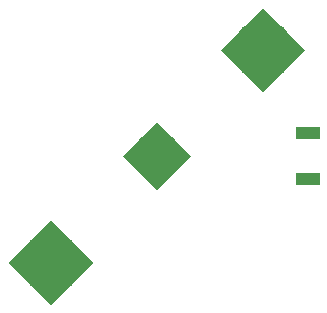
<source format=gbp>
G04 #@! TF.GenerationSoftware,KiCad,Pcbnew,5.0.2-bee76a0~70~ubuntu18.04.1*
G04 #@! TF.CreationDate,2019-09-23T19:43:07+01:00*
G04 #@! TF.ProjectId,charliewatch-norf-routed,63686172-6c69-4657-9761-7463682d6e6f,rev?*
G04 #@! TF.SameCoordinates,Original*
G04 #@! TF.FileFunction,Paste,Bot*
G04 #@! TF.FilePolarity,Positive*
%FSLAX46Y46*%
G04 Gerber Fmt 4.6, Leading zero omitted, Abs format (unit mm)*
G04 Created by KiCad (PCBNEW 5.0.2-bee76a0~70~ubuntu18.04.1) date Mon 23 Sep 2019 19:43:07 BST*
%MOMM*%
%LPD*%
G01*
G04 APERTURE LIST*
%ADD10C,5.080000*%
%ADD11C,0.100000*%
%ADD12C,4.064000*%
%ADD13R,2.000000X1.100000*%
G04 APERTURE END LIST*
D10*
G04 #@! TO.C,U$1*
X139520844Y-113983856D03*
D11*
G36*
X139520844Y-110391754D02*
X143112946Y-113983856D01*
X139520844Y-117575958D01*
X135928742Y-113983856D01*
X139520844Y-110391754D01*
X139520844Y-110391754D01*
G37*
D10*
X157481356Y-96023344D03*
D11*
G36*
X157481356Y-92431242D02*
X161073458Y-96023344D01*
X157481356Y-99615446D01*
X153889254Y-96023344D01*
X157481356Y-92431242D01*
X157481356Y-92431242D01*
G37*
D12*
X148501100Y-105003600D03*
D11*
G36*
X148501100Y-102129918D02*
X151374782Y-105003600D01*
X148501100Y-107877282D01*
X145627418Y-105003600D01*
X148501100Y-102129918D01*
X148501100Y-102129918D01*
G37*
G04 #@! TD*
D13*
G04 #@! TO.C,S2*
X161264600Y-106953600D03*
X161264600Y-103053600D03*
G04 #@! TD*
M02*

</source>
